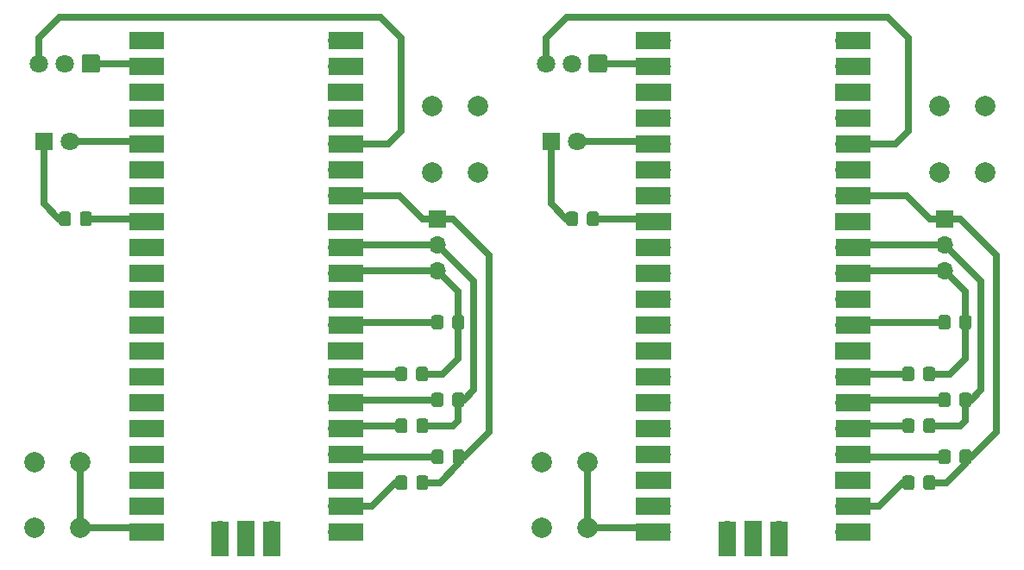
<source format=gtl>
G04 #@! TF.GenerationSoftware,KiCad,Pcbnew,5.1.5+dfsg1-2build2*
G04 #@! TF.CreationDate,2022-06-18T16:31:26+03:00*
G04 #@! TF.ProjectId,pico-panel,7069636f-2d70-4616-9e65-6c2e6b696361,rev?*
G04 #@! TF.SameCoordinates,Original*
G04 #@! TF.FileFunction,Copper,L1,Top*
G04 #@! TF.FilePolarity,Positive*
%FSLAX46Y46*%
G04 Gerber Fmt 4.6, Leading zero omitted, Abs format (unit mm)*
G04 Created by KiCad (PCBNEW 5.1.5+dfsg1-2build2) date 2022-06-18 16:31:26*
%MOMM*%
%LPD*%
G04 APERTURE LIST*
%ADD10R,1.700000X1.700000*%
%ADD11O,1.700000X1.700000*%
%ADD12C,0.150000*%
%ADD13C,2.000000*%
%ADD14C,1.800000*%
%ADD15R,3.500000X1.700000*%
%ADD16R,1.700000X3.500000*%
%ADD17R,1.800000X1.800000*%
%ADD18C,0.635000*%
G04 APERTURE END LIST*
D10*
X106928002Y-36846000D03*
D11*
X106928002Y-39386000D03*
X106928002Y-41926000D03*
G04 #@! TA.AperFunction,SMDPad,CuDef*
D12*
G36*
X70701507Y-36147204D02*
G01*
X70725775Y-36150804D01*
X70749574Y-36156765D01*
X70772673Y-36165030D01*
X70794852Y-36175520D01*
X70815895Y-36188132D01*
X70835601Y-36202747D01*
X70853779Y-36219223D01*
X70870255Y-36237401D01*
X70884870Y-36257107D01*
X70897482Y-36278150D01*
X70907972Y-36300329D01*
X70916237Y-36323428D01*
X70922198Y-36347227D01*
X70925798Y-36371495D01*
X70927002Y-36395999D01*
X70927002Y-37296001D01*
X70925798Y-37320505D01*
X70922198Y-37344773D01*
X70916237Y-37368572D01*
X70907972Y-37391671D01*
X70897482Y-37413850D01*
X70884870Y-37434893D01*
X70870255Y-37454599D01*
X70853779Y-37472777D01*
X70835601Y-37489253D01*
X70815895Y-37503868D01*
X70794852Y-37516480D01*
X70772673Y-37526970D01*
X70749574Y-37535235D01*
X70725775Y-37541196D01*
X70701507Y-37544796D01*
X70677003Y-37546000D01*
X70027001Y-37546000D01*
X70002497Y-37544796D01*
X69978229Y-37541196D01*
X69954430Y-37535235D01*
X69931331Y-37526970D01*
X69909152Y-37516480D01*
X69888109Y-37503868D01*
X69868403Y-37489253D01*
X69850225Y-37472777D01*
X69833749Y-37454599D01*
X69819134Y-37434893D01*
X69806522Y-37413850D01*
X69796032Y-37391671D01*
X69787767Y-37368572D01*
X69781806Y-37344773D01*
X69778206Y-37320505D01*
X69777002Y-37296001D01*
X69777002Y-36395999D01*
X69778206Y-36371495D01*
X69781806Y-36347227D01*
X69787767Y-36323428D01*
X69796032Y-36300329D01*
X69806522Y-36278150D01*
X69819134Y-36257107D01*
X69833749Y-36237401D01*
X69850225Y-36219223D01*
X69868403Y-36202747D01*
X69888109Y-36188132D01*
X69909152Y-36175520D01*
X69931331Y-36165030D01*
X69954430Y-36156765D01*
X69978229Y-36150804D01*
X70002497Y-36147204D01*
X70027001Y-36146000D01*
X70677003Y-36146000D01*
X70701507Y-36147204D01*
G37*
G04 #@! TD.AperFunction*
G04 #@! TA.AperFunction,SMDPad,CuDef*
G36*
X72751507Y-36147204D02*
G01*
X72775775Y-36150804D01*
X72799574Y-36156765D01*
X72822673Y-36165030D01*
X72844852Y-36175520D01*
X72865895Y-36188132D01*
X72885601Y-36202747D01*
X72903779Y-36219223D01*
X72920255Y-36237401D01*
X72934870Y-36257107D01*
X72947482Y-36278150D01*
X72957972Y-36300329D01*
X72966237Y-36323428D01*
X72972198Y-36347227D01*
X72975798Y-36371495D01*
X72977002Y-36395999D01*
X72977002Y-37296001D01*
X72975798Y-37320505D01*
X72972198Y-37344773D01*
X72966237Y-37368572D01*
X72957972Y-37391671D01*
X72947482Y-37413850D01*
X72934870Y-37434893D01*
X72920255Y-37454599D01*
X72903779Y-37472777D01*
X72885601Y-37489253D01*
X72865895Y-37503868D01*
X72844852Y-37516480D01*
X72822673Y-37526970D01*
X72799574Y-37535235D01*
X72775775Y-37541196D01*
X72751507Y-37544796D01*
X72727003Y-37546000D01*
X72077001Y-37546000D01*
X72052497Y-37544796D01*
X72028229Y-37541196D01*
X72004430Y-37535235D01*
X71981331Y-37526970D01*
X71959152Y-37516480D01*
X71938109Y-37503868D01*
X71918403Y-37489253D01*
X71900225Y-37472777D01*
X71883749Y-37454599D01*
X71869134Y-37434893D01*
X71856522Y-37413850D01*
X71846032Y-37391671D01*
X71837767Y-37368572D01*
X71831806Y-37344773D01*
X71828206Y-37320505D01*
X71827002Y-37296001D01*
X71827002Y-36395999D01*
X71828206Y-36371495D01*
X71831806Y-36347227D01*
X71837767Y-36323428D01*
X71846032Y-36300329D01*
X71856522Y-36278150D01*
X71869134Y-36257107D01*
X71883749Y-36237401D01*
X71900225Y-36219223D01*
X71918403Y-36202747D01*
X71938109Y-36188132D01*
X71959152Y-36175520D01*
X71981331Y-36165030D01*
X72004430Y-36156765D01*
X72028229Y-36150804D01*
X72052497Y-36147204D01*
X72077001Y-36146000D01*
X72727003Y-36146000D01*
X72751507Y-36147204D01*
G37*
G04 #@! TD.AperFunction*
G04 #@! TA.AperFunction,SMDPad,CuDef*
G36*
X105771507Y-62055204D02*
G01*
X105795775Y-62058804D01*
X105819574Y-62064765D01*
X105842673Y-62073030D01*
X105864852Y-62083520D01*
X105885895Y-62096132D01*
X105905601Y-62110747D01*
X105923779Y-62127223D01*
X105940255Y-62145401D01*
X105954870Y-62165107D01*
X105967482Y-62186150D01*
X105977972Y-62208329D01*
X105986237Y-62231428D01*
X105992198Y-62255227D01*
X105995798Y-62279495D01*
X105997002Y-62303999D01*
X105997002Y-63204001D01*
X105995798Y-63228505D01*
X105992198Y-63252773D01*
X105986237Y-63276572D01*
X105977972Y-63299671D01*
X105967482Y-63321850D01*
X105954870Y-63342893D01*
X105940255Y-63362599D01*
X105923779Y-63380777D01*
X105905601Y-63397253D01*
X105885895Y-63411868D01*
X105864852Y-63424480D01*
X105842673Y-63434970D01*
X105819574Y-63443235D01*
X105795775Y-63449196D01*
X105771507Y-63452796D01*
X105747003Y-63454000D01*
X105097001Y-63454000D01*
X105072497Y-63452796D01*
X105048229Y-63449196D01*
X105024430Y-63443235D01*
X105001331Y-63434970D01*
X104979152Y-63424480D01*
X104958109Y-63411868D01*
X104938403Y-63397253D01*
X104920225Y-63380777D01*
X104903749Y-63362599D01*
X104889134Y-63342893D01*
X104876522Y-63321850D01*
X104866032Y-63299671D01*
X104857767Y-63276572D01*
X104851806Y-63252773D01*
X104848206Y-63228505D01*
X104847002Y-63204001D01*
X104847002Y-62303999D01*
X104848206Y-62279495D01*
X104851806Y-62255227D01*
X104857767Y-62231428D01*
X104866032Y-62208329D01*
X104876522Y-62186150D01*
X104889134Y-62165107D01*
X104903749Y-62145401D01*
X104920225Y-62127223D01*
X104938403Y-62110747D01*
X104958109Y-62096132D01*
X104979152Y-62083520D01*
X105001331Y-62073030D01*
X105024430Y-62064765D01*
X105048229Y-62058804D01*
X105072497Y-62055204D01*
X105097001Y-62054000D01*
X105747003Y-62054000D01*
X105771507Y-62055204D01*
G37*
G04 #@! TD.AperFunction*
G04 #@! TA.AperFunction,SMDPad,CuDef*
G36*
X103721507Y-62055204D02*
G01*
X103745775Y-62058804D01*
X103769574Y-62064765D01*
X103792673Y-62073030D01*
X103814852Y-62083520D01*
X103835895Y-62096132D01*
X103855601Y-62110747D01*
X103873779Y-62127223D01*
X103890255Y-62145401D01*
X103904870Y-62165107D01*
X103917482Y-62186150D01*
X103927972Y-62208329D01*
X103936237Y-62231428D01*
X103942198Y-62255227D01*
X103945798Y-62279495D01*
X103947002Y-62303999D01*
X103947002Y-63204001D01*
X103945798Y-63228505D01*
X103942198Y-63252773D01*
X103936237Y-63276572D01*
X103927972Y-63299671D01*
X103917482Y-63321850D01*
X103904870Y-63342893D01*
X103890255Y-63362599D01*
X103873779Y-63380777D01*
X103855601Y-63397253D01*
X103835895Y-63411868D01*
X103814852Y-63424480D01*
X103792673Y-63434970D01*
X103769574Y-63443235D01*
X103745775Y-63449196D01*
X103721507Y-63452796D01*
X103697003Y-63454000D01*
X103047001Y-63454000D01*
X103022497Y-63452796D01*
X102998229Y-63449196D01*
X102974430Y-63443235D01*
X102951331Y-63434970D01*
X102929152Y-63424480D01*
X102908109Y-63411868D01*
X102888403Y-63397253D01*
X102870225Y-63380777D01*
X102853749Y-63362599D01*
X102839134Y-63342893D01*
X102826522Y-63321850D01*
X102816032Y-63299671D01*
X102807767Y-63276572D01*
X102801806Y-63252773D01*
X102798206Y-63228505D01*
X102797002Y-63204001D01*
X102797002Y-62303999D01*
X102798206Y-62279495D01*
X102801806Y-62255227D01*
X102807767Y-62231428D01*
X102816032Y-62208329D01*
X102826522Y-62186150D01*
X102839134Y-62165107D01*
X102853749Y-62145401D01*
X102870225Y-62127223D01*
X102888403Y-62110747D01*
X102908109Y-62096132D01*
X102929152Y-62083520D01*
X102951331Y-62073030D01*
X102974430Y-62064765D01*
X102998229Y-62058804D01*
X103022497Y-62055204D01*
X103047001Y-62054000D01*
X103697003Y-62054000D01*
X103721507Y-62055204D01*
G37*
G04 #@! TD.AperFunction*
G04 #@! TA.AperFunction,SMDPad,CuDef*
G36*
X109318507Y-59515204D02*
G01*
X109342775Y-59518804D01*
X109366574Y-59524765D01*
X109389673Y-59533030D01*
X109411852Y-59543520D01*
X109432895Y-59556132D01*
X109452601Y-59570747D01*
X109470779Y-59587223D01*
X109487255Y-59605401D01*
X109501870Y-59625107D01*
X109514482Y-59646150D01*
X109524972Y-59668329D01*
X109533237Y-59691428D01*
X109539198Y-59715227D01*
X109542798Y-59739495D01*
X109544002Y-59763999D01*
X109544002Y-60664001D01*
X109542798Y-60688505D01*
X109539198Y-60712773D01*
X109533237Y-60736572D01*
X109524972Y-60759671D01*
X109514482Y-60781850D01*
X109501870Y-60802893D01*
X109487255Y-60822599D01*
X109470779Y-60840777D01*
X109452601Y-60857253D01*
X109432895Y-60871868D01*
X109411852Y-60884480D01*
X109389673Y-60894970D01*
X109366574Y-60903235D01*
X109342775Y-60909196D01*
X109318507Y-60912796D01*
X109294003Y-60914000D01*
X108644001Y-60914000D01*
X108619497Y-60912796D01*
X108595229Y-60909196D01*
X108571430Y-60903235D01*
X108548331Y-60894970D01*
X108526152Y-60884480D01*
X108505109Y-60871868D01*
X108485403Y-60857253D01*
X108467225Y-60840777D01*
X108450749Y-60822599D01*
X108436134Y-60802893D01*
X108423522Y-60781850D01*
X108413032Y-60759671D01*
X108404767Y-60736572D01*
X108398806Y-60712773D01*
X108395206Y-60688505D01*
X108394002Y-60664001D01*
X108394002Y-59763999D01*
X108395206Y-59739495D01*
X108398806Y-59715227D01*
X108404767Y-59691428D01*
X108413032Y-59668329D01*
X108423522Y-59646150D01*
X108436134Y-59625107D01*
X108450749Y-59605401D01*
X108467225Y-59587223D01*
X108485403Y-59570747D01*
X108505109Y-59556132D01*
X108526152Y-59543520D01*
X108548331Y-59533030D01*
X108571430Y-59524765D01*
X108595229Y-59518804D01*
X108619497Y-59515204D01*
X108644001Y-59514000D01*
X109294003Y-59514000D01*
X109318507Y-59515204D01*
G37*
G04 #@! TD.AperFunction*
G04 #@! TA.AperFunction,SMDPad,CuDef*
G36*
X107268507Y-59515204D02*
G01*
X107292775Y-59518804D01*
X107316574Y-59524765D01*
X107339673Y-59533030D01*
X107361852Y-59543520D01*
X107382895Y-59556132D01*
X107402601Y-59570747D01*
X107420779Y-59587223D01*
X107437255Y-59605401D01*
X107451870Y-59625107D01*
X107464482Y-59646150D01*
X107474972Y-59668329D01*
X107483237Y-59691428D01*
X107489198Y-59715227D01*
X107492798Y-59739495D01*
X107494002Y-59763999D01*
X107494002Y-60664001D01*
X107492798Y-60688505D01*
X107489198Y-60712773D01*
X107483237Y-60736572D01*
X107474972Y-60759671D01*
X107464482Y-60781850D01*
X107451870Y-60802893D01*
X107437255Y-60822599D01*
X107420779Y-60840777D01*
X107402601Y-60857253D01*
X107382895Y-60871868D01*
X107361852Y-60884480D01*
X107339673Y-60894970D01*
X107316574Y-60903235D01*
X107292775Y-60909196D01*
X107268507Y-60912796D01*
X107244003Y-60914000D01*
X106594001Y-60914000D01*
X106569497Y-60912796D01*
X106545229Y-60909196D01*
X106521430Y-60903235D01*
X106498331Y-60894970D01*
X106476152Y-60884480D01*
X106455109Y-60871868D01*
X106435403Y-60857253D01*
X106417225Y-60840777D01*
X106400749Y-60822599D01*
X106386134Y-60802893D01*
X106373522Y-60781850D01*
X106363032Y-60759671D01*
X106354767Y-60736572D01*
X106348806Y-60712773D01*
X106345206Y-60688505D01*
X106344002Y-60664001D01*
X106344002Y-59763999D01*
X106345206Y-59739495D01*
X106348806Y-59715227D01*
X106354767Y-59691428D01*
X106363032Y-59668329D01*
X106373522Y-59646150D01*
X106386134Y-59625107D01*
X106400749Y-59605401D01*
X106417225Y-59587223D01*
X106435403Y-59570747D01*
X106455109Y-59556132D01*
X106476152Y-59543520D01*
X106498331Y-59533030D01*
X106521430Y-59524765D01*
X106545229Y-59518804D01*
X106569497Y-59515204D01*
X106594001Y-59514000D01*
X107244003Y-59514000D01*
X107268507Y-59515204D01*
G37*
G04 #@! TD.AperFunction*
G04 #@! TA.AperFunction,SMDPad,CuDef*
G36*
X105771507Y-56467204D02*
G01*
X105795775Y-56470804D01*
X105819574Y-56476765D01*
X105842673Y-56485030D01*
X105864852Y-56495520D01*
X105885895Y-56508132D01*
X105905601Y-56522747D01*
X105923779Y-56539223D01*
X105940255Y-56557401D01*
X105954870Y-56577107D01*
X105967482Y-56598150D01*
X105977972Y-56620329D01*
X105986237Y-56643428D01*
X105992198Y-56667227D01*
X105995798Y-56691495D01*
X105997002Y-56715999D01*
X105997002Y-57616001D01*
X105995798Y-57640505D01*
X105992198Y-57664773D01*
X105986237Y-57688572D01*
X105977972Y-57711671D01*
X105967482Y-57733850D01*
X105954870Y-57754893D01*
X105940255Y-57774599D01*
X105923779Y-57792777D01*
X105905601Y-57809253D01*
X105885895Y-57823868D01*
X105864852Y-57836480D01*
X105842673Y-57846970D01*
X105819574Y-57855235D01*
X105795775Y-57861196D01*
X105771507Y-57864796D01*
X105747003Y-57866000D01*
X105097001Y-57866000D01*
X105072497Y-57864796D01*
X105048229Y-57861196D01*
X105024430Y-57855235D01*
X105001331Y-57846970D01*
X104979152Y-57836480D01*
X104958109Y-57823868D01*
X104938403Y-57809253D01*
X104920225Y-57792777D01*
X104903749Y-57774599D01*
X104889134Y-57754893D01*
X104876522Y-57733850D01*
X104866032Y-57711671D01*
X104857767Y-57688572D01*
X104851806Y-57664773D01*
X104848206Y-57640505D01*
X104847002Y-57616001D01*
X104847002Y-56715999D01*
X104848206Y-56691495D01*
X104851806Y-56667227D01*
X104857767Y-56643428D01*
X104866032Y-56620329D01*
X104876522Y-56598150D01*
X104889134Y-56577107D01*
X104903749Y-56557401D01*
X104920225Y-56539223D01*
X104938403Y-56522747D01*
X104958109Y-56508132D01*
X104979152Y-56495520D01*
X105001331Y-56485030D01*
X105024430Y-56476765D01*
X105048229Y-56470804D01*
X105072497Y-56467204D01*
X105097001Y-56466000D01*
X105747003Y-56466000D01*
X105771507Y-56467204D01*
G37*
G04 #@! TD.AperFunction*
G04 #@! TA.AperFunction,SMDPad,CuDef*
G36*
X103721507Y-56467204D02*
G01*
X103745775Y-56470804D01*
X103769574Y-56476765D01*
X103792673Y-56485030D01*
X103814852Y-56495520D01*
X103835895Y-56508132D01*
X103855601Y-56522747D01*
X103873779Y-56539223D01*
X103890255Y-56557401D01*
X103904870Y-56577107D01*
X103917482Y-56598150D01*
X103927972Y-56620329D01*
X103936237Y-56643428D01*
X103942198Y-56667227D01*
X103945798Y-56691495D01*
X103947002Y-56715999D01*
X103947002Y-57616001D01*
X103945798Y-57640505D01*
X103942198Y-57664773D01*
X103936237Y-57688572D01*
X103927972Y-57711671D01*
X103917482Y-57733850D01*
X103904870Y-57754893D01*
X103890255Y-57774599D01*
X103873779Y-57792777D01*
X103855601Y-57809253D01*
X103835895Y-57823868D01*
X103814852Y-57836480D01*
X103792673Y-57846970D01*
X103769574Y-57855235D01*
X103745775Y-57861196D01*
X103721507Y-57864796D01*
X103697003Y-57866000D01*
X103047001Y-57866000D01*
X103022497Y-57864796D01*
X102998229Y-57861196D01*
X102974430Y-57855235D01*
X102951331Y-57846970D01*
X102929152Y-57836480D01*
X102908109Y-57823868D01*
X102888403Y-57809253D01*
X102870225Y-57792777D01*
X102853749Y-57774599D01*
X102839134Y-57754893D01*
X102826522Y-57733850D01*
X102816032Y-57711671D01*
X102807767Y-57688572D01*
X102801806Y-57664773D01*
X102798206Y-57640505D01*
X102797002Y-57616001D01*
X102797002Y-56715999D01*
X102798206Y-56691495D01*
X102801806Y-56667227D01*
X102807767Y-56643428D01*
X102816032Y-56620329D01*
X102826522Y-56598150D01*
X102839134Y-56577107D01*
X102853749Y-56557401D01*
X102870225Y-56539223D01*
X102888403Y-56522747D01*
X102908109Y-56508132D01*
X102929152Y-56495520D01*
X102951331Y-56485030D01*
X102974430Y-56476765D01*
X102998229Y-56470804D01*
X103022497Y-56467204D01*
X103047001Y-56466000D01*
X103697003Y-56466000D01*
X103721507Y-56467204D01*
G37*
G04 #@! TD.AperFunction*
G04 #@! TA.AperFunction,SMDPad,CuDef*
G36*
X109309507Y-53927204D02*
G01*
X109333775Y-53930804D01*
X109357574Y-53936765D01*
X109380673Y-53945030D01*
X109402852Y-53955520D01*
X109423895Y-53968132D01*
X109443601Y-53982747D01*
X109461779Y-53999223D01*
X109478255Y-54017401D01*
X109492870Y-54037107D01*
X109505482Y-54058150D01*
X109515972Y-54080329D01*
X109524237Y-54103428D01*
X109530198Y-54127227D01*
X109533798Y-54151495D01*
X109535002Y-54175999D01*
X109535002Y-55076001D01*
X109533798Y-55100505D01*
X109530198Y-55124773D01*
X109524237Y-55148572D01*
X109515972Y-55171671D01*
X109505482Y-55193850D01*
X109492870Y-55214893D01*
X109478255Y-55234599D01*
X109461779Y-55252777D01*
X109443601Y-55269253D01*
X109423895Y-55283868D01*
X109402852Y-55296480D01*
X109380673Y-55306970D01*
X109357574Y-55315235D01*
X109333775Y-55321196D01*
X109309507Y-55324796D01*
X109285003Y-55326000D01*
X108635001Y-55326000D01*
X108610497Y-55324796D01*
X108586229Y-55321196D01*
X108562430Y-55315235D01*
X108539331Y-55306970D01*
X108517152Y-55296480D01*
X108496109Y-55283868D01*
X108476403Y-55269253D01*
X108458225Y-55252777D01*
X108441749Y-55234599D01*
X108427134Y-55214893D01*
X108414522Y-55193850D01*
X108404032Y-55171671D01*
X108395767Y-55148572D01*
X108389806Y-55124773D01*
X108386206Y-55100505D01*
X108385002Y-55076001D01*
X108385002Y-54175999D01*
X108386206Y-54151495D01*
X108389806Y-54127227D01*
X108395767Y-54103428D01*
X108404032Y-54080329D01*
X108414522Y-54058150D01*
X108427134Y-54037107D01*
X108441749Y-54017401D01*
X108458225Y-53999223D01*
X108476403Y-53982747D01*
X108496109Y-53968132D01*
X108517152Y-53955520D01*
X108539331Y-53945030D01*
X108562430Y-53936765D01*
X108586229Y-53930804D01*
X108610497Y-53927204D01*
X108635001Y-53926000D01*
X109285003Y-53926000D01*
X109309507Y-53927204D01*
G37*
G04 #@! TD.AperFunction*
G04 #@! TA.AperFunction,SMDPad,CuDef*
G36*
X107259507Y-53927204D02*
G01*
X107283775Y-53930804D01*
X107307574Y-53936765D01*
X107330673Y-53945030D01*
X107352852Y-53955520D01*
X107373895Y-53968132D01*
X107393601Y-53982747D01*
X107411779Y-53999223D01*
X107428255Y-54017401D01*
X107442870Y-54037107D01*
X107455482Y-54058150D01*
X107465972Y-54080329D01*
X107474237Y-54103428D01*
X107480198Y-54127227D01*
X107483798Y-54151495D01*
X107485002Y-54175999D01*
X107485002Y-55076001D01*
X107483798Y-55100505D01*
X107480198Y-55124773D01*
X107474237Y-55148572D01*
X107465972Y-55171671D01*
X107455482Y-55193850D01*
X107442870Y-55214893D01*
X107428255Y-55234599D01*
X107411779Y-55252777D01*
X107393601Y-55269253D01*
X107373895Y-55283868D01*
X107352852Y-55296480D01*
X107330673Y-55306970D01*
X107307574Y-55315235D01*
X107283775Y-55321196D01*
X107259507Y-55324796D01*
X107235003Y-55326000D01*
X106585001Y-55326000D01*
X106560497Y-55324796D01*
X106536229Y-55321196D01*
X106512430Y-55315235D01*
X106489331Y-55306970D01*
X106467152Y-55296480D01*
X106446109Y-55283868D01*
X106426403Y-55269253D01*
X106408225Y-55252777D01*
X106391749Y-55234599D01*
X106377134Y-55214893D01*
X106364522Y-55193850D01*
X106354032Y-55171671D01*
X106345767Y-55148572D01*
X106339806Y-55124773D01*
X106336206Y-55100505D01*
X106335002Y-55076001D01*
X106335002Y-54175999D01*
X106336206Y-54151495D01*
X106339806Y-54127227D01*
X106345767Y-54103428D01*
X106354032Y-54080329D01*
X106364522Y-54058150D01*
X106377134Y-54037107D01*
X106391749Y-54017401D01*
X106408225Y-53999223D01*
X106426403Y-53982747D01*
X106446109Y-53968132D01*
X106467152Y-53955520D01*
X106489331Y-53945030D01*
X106512430Y-53936765D01*
X106536229Y-53930804D01*
X106560497Y-53927204D01*
X106585001Y-53926000D01*
X107235003Y-53926000D01*
X107259507Y-53927204D01*
G37*
G04 #@! TD.AperFunction*
G04 #@! TA.AperFunction,SMDPad,CuDef*
G36*
X105753507Y-51387204D02*
G01*
X105777775Y-51390804D01*
X105801574Y-51396765D01*
X105824673Y-51405030D01*
X105846852Y-51415520D01*
X105867895Y-51428132D01*
X105887601Y-51442747D01*
X105905779Y-51459223D01*
X105922255Y-51477401D01*
X105936870Y-51497107D01*
X105949482Y-51518150D01*
X105959972Y-51540329D01*
X105968237Y-51563428D01*
X105974198Y-51587227D01*
X105977798Y-51611495D01*
X105979002Y-51635999D01*
X105979002Y-52536001D01*
X105977798Y-52560505D01*
X105974198Y-52584773D01*
X105968237Y-52608572D01*
X105959972Y-52631671D01*
X105949482Y-52653850D01*
X105936870Y-52674893D01*
X105922255Y-52694599D01*
X105905779Y-52712777D01*
X105887601Y-52729253D01*
X105867895Y-52743868D01*
X105846852Y-52756480D01*
X105824673Y-52766970D01*
X105801574Y-52775235D01*
X105777775Y-52781196D01*
X105753507Y-52784796D01*
X105729003Y-52786000D01*
X105079001Y-52786000D01*
X105054497Y-52784796D01*
X105030229Y-52781196D01*
X105006430Y-52775235D01*
X104983331Y-52766970D01*
X104961152Y-52756480D01*
X104940109Y-52743868D01*
X104920403Y-52729253D01*
X104902225Y-52712777D01*
X104885749Y-52694599D01*
X104871134Y-52674893D01*
X104858522Y-52653850D01*
X104848032Y-52631671D01*
X104839767Y-52608572D01*
X104833806Y-52584773D01*
X104830206Y-52560505D01*
X104829002Y-52536001D01*
X104829002Y-51635999D01*
X104830206Y-51611495D01*
X104833806Y-51587227D01*
X104839767Y-51563428D01*
X104848032Y-51540329D01*
X104858522Y-51518150D01*
X104871134Y-51497107D01*
X104885749Y-51477401D01*
X104902225Y-51459223D01*
X104920403Y-51442747D01*
X104940109Y-51428132D01*
X104961152Y-51415520D01*
X104983331Y-51405030D01*
X105006430Y-51396765D01*
X105030229Y-51390804D01*
X105054497Y-51387204D01*
X105079001Y-51386000D01*
X105729003Y-51386000D01*
X105753507Y-51387204D01*
G37*
G04 #@! TD.AperFunction*
G04 #@! TA.AperFunction,SMDPad,CuDef*
G36*
X103703507Y-51387204D02*
G01*
X103727775Y-51390804D01*
X103751574Y-51396765D01*
X103774673Y-51405030D01*
X103796852Y-51415520D01*
X103817895Y-51428132D01*
X103837601Y-51442747D01*
X103855779Y-51459223D01*
X103872255Y-51477401D01*
X103886870Y-51497107D01*
X103899482Y-51518150D01*
X103909972Y-51540329D01*
X103918237Y-51563428D01*
X103924198Y-51587227D01*
X103927798Y-51611495D01*
X103929002Y-51635999D01*
X103929002Y-52536001D01*
X103927798Y-52560505D01*
X103924198Y-52584773D01*
X103918237Y-52608572D01*
X103909972Y-52631671D01*
X103899482Y-52653850D01*
X103886870Y-52674893D01*
X103872255Y-52694599D01*
X103855779Y-52712777D01*
X103837601Y-52729253D01*
X103817895Y-52743868D01*
X103796852Y-52756480D01*
X103774673Y-52766970D01*
X103751574Y-52775235D01*
X103727775Y-52781196D01*
X103703507Y-52784796D01*
X103679003Y-52786000D01*
X103029001Y-52786000D01*
X103004497Y-52784796D01*
X102980229Y-52781196D01*
X102956430Y-52775235D01*
X102933331Y-52766970D01*
X102911152Y-52756480D01*
X102890109Y-52743868D01*
X102870403Y-52729253D01*
X102852225Y-52712777D01*
X102835749Y-52694599D01*
X102821134Y-52674893D01*
X102808522Y-52653850D01*
X102798032Y-52631671D01*
X102789767Y-52608572D01*
X102783806Y-52584773D01*
X102780206Y-52560505D01*
X102779002Y-52536001D01*
X102779002Y-51635999D01*
X102780206Y-51611495D01*
X102783806Y-51587227D01*
X102789767Y-51563428D01*
X102798032Y-51540329D01*
X102808522Y-51518150D01*
X102821134Y-51497107D01*
X102835749Y-51477401D01*
X102852225Y-51459223D01*
X102870403Y-51442747D01*
X102890109Y-51428132D01*
X102911152Y-51415520D01*
X102933331Y-51405030D01*
X102956430Y-51396765D01*
X102980229Y-51390804D01*
X103004497Y-51387204D01*
X103029001Y-51386000D01*
X103679003Y-51386000D01*
X103703507Y-51387204D01*
G37*
G04 #@! TD.AperFunction*
G04 #@! TA.AperFunction,SMDPad,CuDef*
G36*
X109309507Y-46307204D02*
G01*
X109333775Y-46310804D01*
X109357574Y-46316765D01*
X109380673Y-46325030D01*
X109402852Y-46335520D01*
X109423895Y-46348132D01*
X109443601Y-46362747D01*
X109461779Y-46379223D01*
X109478255Y-46397401D01*
X109492870Y-46417107D01*
X109505482Y-46438150D01*
X109515972Y-46460329D01*
X109524237Y-46483428D01*
X109530198Y-46507227D01*
X109533798Y-46531495D01*
X109535002Y-46555999D01*
X109535002Y-47456001D01*
X109533798Y-47480505D01*
X109530198Y-47504773D01*
X109524237Y-47528572D01*
X109515972Y-47551671D01*
X109505482Y-47573850D01*
X109492870Y-47594893D01*
X109478255Y-47614599D01*
X109461779Y-47632777D01*
X109443601Y-47649253D01*
X109423895Y-47663868D01*
X109402852Y-47676480D01*
X109380673Y-47686970D01*
X109357574Y-47695235D01*
X109333775Y-47701196D01*
X109309507Y-47704796D01*
X109285003Y-47706000D01*
X108635001Y-47706000D01*
X108610497Y-47704796D01*
X108586229Y-47701196D01*
X108562430Y-47695235D01*
X108539331Y-47686970D01*
X108517152Y-47676480D01*
X108496109Y-47663868D01*
X108476403Y-47649253D01*
X108458225Y-47632777D01*
X108441749Y-47614599D01*
X108427134Y-47594893D01*
X108414522Y-47573850D01*
X108404032Y-47551671D01*
X108395767Y-47528572D01*
X108389806Y-47504773D01*
X108386206Y-47480505D01*
X108385002Y-47456001D01*
X108385002Y-46555999D01*
X108386206Y-46531495D01*
X108389806Y-46507227D01*
X108395767Y-46483428D01*
X108404032Y-46460329D01*
X108414522Y-46438150D01*
X108427134Y-46417107D01*
X108441749Y-46397401D01*
X108458225Y-46379223D01*
X108476403Y-46362747D01*
X108496109Y-46348132D01*
X108517152Y-46335520D01*
X108539331Y-46325030D01*
X108562430Y-46316765D01*
X108586229Y-46310804D01*
X108610497Y-46307204D01*
X108635001Y-46306000D01*
X109285003Y-46306000D01*
X109309507Y-46307204D01*
G37*
G04 #@! TD.AperFunction*
G04 #@! TA.AperFunction,SMDPad,CuDef*
G36*
X107259507Y-46307204D02*
G01*
X107283775Y-46310804D01*
X107307574Y-46316765D01*
X107330673Y-46325030D01*
X107352852Y-46335520D01*
X107373895Y-46348132D01*
X107393601Y-46362747D01*
X107411779Y-46379223D01*
X107428255Y-46397401D01*
X107442870Y-46417107D01*
X107455482Y-46438150D01*
X107465972Y-46460329D01*
X107474237Y-46483428D01*
X107480198Y-46507227D01*
X107483798Y-46531495D01*
X107485002Y-46555999D01*
X107485002Y-47456001D01*
X107483798Y-47480505D01*
X107480198Y-47504773D01*
X107474237Y-47528572D01*
X107465972Y-47551671D01*
X107455482Y-47573850D01*
X107442870Y-47594893D01*
X107428255Y-47614599D01*
X107411779Y-47632777D01*
X107393601Y-47649253D01*
X107373895Y-47663868D01*
X107352852Y-47676480D01*
X107330673Y-47686970D01*
X107307574Y-47695235D01*
X107283775Y-47701196D01*
X107259507Y-47704796D01*
X107235003Y-47706000D01*
X106585001Y-47706000D01*
X106560497Y-47704796D01*
X106536229Y-47701196D01*
X106512430Y-47695235D01*
X106489331Y-47686970D01*
X106467152Y-47676480D01*
X106446109Y-47663868D01*
X106426403Y-47649253D01*
X106408225Y-47632777D01*
X106391749Y-47614599D01*
X106377134Y-47594893D01*
X106364522Y-47573850D01*
X106354032Y-47551671D01*
X106345767Y-47528572D01*
X106339806Y-47504773D01*
X106336206Y-47480505D01*
X106335002Y-47456001D01*
X106335002Y-46555999D01*
X106336206Y-46531495D01*
X106339806Y-46507227D01*
X106345767Y-46483428D01*
X106354032Y-46460329D01*
X106364522Y-46438150D01*
X106377134Y-46417107D01*
X106391749Y-46397401D01*
X106408225Y-46379223D01*
X106426403Y-46362747D01*
X106446109Y-46348132D01*
X106467152Y-46335520D01*
X106489331Y-46325030D01*
X106512430Y-46316765D01*
X106536229Y-46310804D01*
X106560497Y-46307204D01*
X106585001Y-46306000D01*
X107235003Y-46306000D01*
X107259507Y-46307204D01*
G37*
G04 #@! TD.AperFunction*
D13*
X110920002Y-32274000D03*
X106420002Y-32274000D03*
X110920002Y-25774000D03*
X106420002Y-25774000D03*
G04 #@! TA.AperFunction,ComponentPad*
D12*
G36*
X73567949Y-20707196D02*
G01*
X73592062Y-20710773D01*
X73615709Y-20716696D01*
X73638661Y-20724908D01*
X73660697Y-20735331D01*
X73681606Y-20747863D01*
X73701185Y-20762384D01*
X73719247Y-20778755D01*
X73735618Y-20796817D01*
X73750139Y-20816396D01*
X73762671Y-20837305D01*
X73773094Y-20859341D01*
X73781306Y-20882293D01*
X73787229Y-20905940D01*
X73790806Y-20930053D01*
X73792002Y-20954400D01*
X73792002Y-22257600D01*
X73790806Y-22281947D01*
X73787229Y-22306060D01*
X73781306Y-22329707D01*
X73773094Y-22352659D01*
X73762671Y-22374695D01*
X73750139Y-22395604D01*
X73735618Y-22415183D01*
X73719247Y-22433245D01*
X73701185Y-22449616D01*
X73681606Y-22464137D01*
X73660697Y-22476669D01*
X73638661Y-22487092D01*
X73615709Y-22495304D01*
X73592062Y-22501227D01*
X73567949Y-22504804D01*
X73543602Y-22506000D01*
X72240402Y-22506000D01*
X72216055Y-22504804D01*
X72191942Y-22501227D01*
X72168295Y-22495304D01*
X72145343Y-22487092D01*
X72123307Y-22476669D01*
X72102398Y-22464137D01*
X72082819Y-22449616D01*
X72064757Y-22433245D01*
X72048386Y-22415183D01*
X72033865Y-22395604D01*
X72021333Y-22374695D01*
X72010910Y-22352659D01*
X72002698Y-22329707D01*
X71996775Y-22306060D01*
X71993198Y-22281947D01*
X71992002Y-22257600D01*
X71992002Y-20954400D01*
X71993198Y-20930053D01*
X71996775Y-20905940D01*
X72002698Y-20882293D01*
X72010910Y-20859341D01*
X72021333Y-20837305D01*
X72033865Y-20816396D01*
X72048386Y-20796817D01*
X72064757Y-20778755D01*
X72082819Y-20762384D01*
X72102398Y-20747863D01*
X72123307Y-20735331D01*
X72145343Y-20724908D01*
X72168295Y-20716696D01*
X72191942Y-20710773D01*
X72216055Y-20707196D01*
X72240402Y-20706000D01*
X73543602Y-20706000D01*
X73567949Y-20707196D01*
G37*
G04 #@! TD.AperFunction*
D14*
X70352002Y-21606000D03*
X67812002Y-21606000D03*
D11*
X79242002Y-19320000D03*
X79242002Y-21860000D03*
D10*
X79242002Y-24400000D03*
D11*
X79242002Y-26940000D03*
X79242002Y-29480000D03*
X79242002Y-32020000D03*
X79242002Y-34560000D03*
D10*
X79242002Y-37100000D03*
D11*
X79242002Y-39640000D03*
X79242002Y-42180000D03*
X79242002Y-44720000D03*
X79242002Y-47260000D03*
D10*
X79242002Y-49800000D03*
D11*
X79242002Y-52340000D03*
X79242002Y-54880000D03*
X79242002Y-57420000D03*
X79242002Y-59960000D03*
D10*
X79242002Y-62500000D03*
D11*
X79242002Y-65040000D03*
X79242002Y-67580000D03*
X97022002Y-67580000D03*
X97022002Y-65040000D03*
D10*
X97022002Y-62500000D03*
D11*
X97022002Y-59960000D03*
X97022002Y-57420000D03*
X97022002Y-54880000D03*
X97022002Y-52340000D03*
D10*
X97022002Y-49800000D03*
D11*
X97022002Y-47260000D03*
X97022002Y-44720000D03*
X97022002Y-42180000D03*
X97022002Y-39640000D03*
D10*
X97022002Y-37100000D03*
D11*
X97022002Y-34560000D03*
X97022002Y-32020000D03*
X97022002Y-29480000D03*
X97022002Y-26940000D03*
D10*
X97022002Y-24400000D03*
D11*
X97022002Y-21860000D03*
X97022002Y-19320000D03*
D15*
X78342002Y-19320000D03*
X78342002Y-21860000D03*
X78342002Y-24400000D03*
X78342002Y-26940000D03*
X78342002Y-29480000D03*
X78342002Y-32020000D03*
X78342002Y-34560000D03*
X78342002Y-37100000D03*
X78342002Y-39640000D03*
X78342002Y-42180000D03*
X78342002Y-44720000D03*
X78342002Y-47260000D03*
X78342002Y-49800000D03*
X78342002Y-52340000D03*
X78342002Y-54880000D03*
X78342002Y-57420000D03*
X78342002Y-59960000D03*
X78342002Y-62500000D03*
X78342002Y-65040000D03*
X78342002Y-67580000D03*
X97922002Y-19320000D03*
X97922002Y-21860000D03*
X97922002Y-24400000D03*
X97922002Y-26940000D03*
X97922002Y-29480000D03*
X97922002Y-32020000D03*
X97922002Y-34560000D03*
X97922002Y-37100000D03*
X97922002Y-39640000D03*
X97922002Y-42180000D03*
X97922002Y-44720000D03*
X97922002Y-47260000D03*
X97922002Y-49800000D03*
X97922002Y-52340000D03*
X97922002Y-54880000D03*
X97922002Y-57420000D03*
X97922002Y-59960000D03*
X97922002Y-62500000D03*
X97922002Y-65040000D03*
X97922002Y-67580000D03*
D16*
X85592002Y-68250000D03*
D11*
X85592002Y-67350000D03*
D16*
X88132002Y-68250000D03*
D10*
X88132002Y-67350000D03*
D16*
X90672002Y-68250000D03*
D11*
X90672002Y-67350000D03*
D13*
X67376002Y-60722000D03*
X71876002Y-60722000D03*
X67376002Y-67222000D03*
X71876002Y-67222000D03*
D17*
X68320002Y-29226000D03*
D14*
X70860002Y-29226000D03*
D10*
X57160000Y-36846000D03*
D11*
X57160000Y-39386000D03*
X57160000Y-41926000D03*
G04 #@! TA.AperFunction,SMDPad,CuDef*
D12*
G36*
X20933505Y-36147204D02*
G01*
X20957773Y-36150804D01*
X20981572Y-36156765D01*
X21004671Y-36165030D01*
X21026850Y-36175520D01*
X21047893Y-36188132D01*
X21067599Y-36202747D01*
X21085777Y-36219223D01*
X21102253Y-36237401D01*
X21116868Y-36257107D01*
X21129480Y-36278150D01*
X21139970Y-36300329D01*
X21148235Y-36323428D01*
X21154196Y-36347227D01*
X21157796Y-36371495D01*
X21159000Y-36395999D01*
X21159000Y-37296001D01*
X21157796Y-37320505D01*
X21154196Y-37344773D01*
X21148235Y-37368572D01*
X21139970Y-37391671D01*
X21129480Y-37413850D01*
X21116868Y-37434893D01*
X21102253Y-37454599D01*
X21085777Y-37472777D01*
X21067599Y-37489253D01*
X21047893Y-37503868D01*
X21026850Y-37516480D01*
X21004671Y-37526970D01*
X20981572Y-37535235D01*
X20957773Y-37541196D01*
X20933505Y-37544796D01*
X20909001Y-37546000D01*
X20258999Y-37546000D01*
X20234495Y-37544796D01*
X20210227Y-37541196D01*
X20186428Y-37535235D01*
X20163329Y-37526970D01*
X20141150Y-37516480D01*
X20120107Y-37503868D01*
X20100401Y-37489253D01*
X20082223Y-37472777D01*
X20065747Y-37454599D01*
X20051132Y-37434893D01*
X20038520Y-37413850D01*
X20028030Y-37391671D01*
X20019765Y-37368572D01*
X20013804Y-37344773D01*
X20010204Y-37320505D01*
X20009000Y-37296001D01*
X20009000Y-36395999D01*
X20010204Y-36371495D01*
X20013804Y-36347227D01*
X20019765Y-36323428D01*
X20028030Y-36300329D01*
X20038520Y-36278150D01*
X20051132Y-36257107D01*
X20065747Y-36237401D01*
X20082223Y-36219223D01*
X20100401Y-36202747D01*
X20120107Y-36188132D01*
X20141150Y-36175520D01*
X20163329Y-36165030D01*
X20186428Y-36156765D01*
X20210227Y-36150804D01*
X20234495Y-36147204D01*
X20258999Y-36146000D01*
X20909001Y-36146000D01*
X20933505Y-36147204D01*
G37*
G04 #@! TD.AperFunction*
G04 #@! TA.AperFunction,SMDPad,CuDef*
G36*
X22983505Y-36147204D02*
G01*
X23007773Y-36150804D01*
X23031572Y-36156765D01*
X23054671Y-36165030D01*
X23076850Y-36175520D01*
X23097893Y-36188132D01*
X23117599Y-36202747D01*
X23135777Y-36219223D01*
X23152253Y-36237401D01*
X23166868Y-36257107D01*
X23179480Y-36278150D01*
X23189970Y-36300329D01*
X23198235Y-36323428D01*
X23204196Y-36347227D01*
X23207796Y-36371495D01*
X23209000Y-36395999D01*
X23209000Y-37296001D01*
X23207796Y-37320505D01*
X23204196Y-37344773D01*
X23198235Y-37368572D01*
X23189970Y-37391671D01*
X23179480Y-37413850D01*
X23166868Y-37434893D01*
X23152253Y-37454599D01*
X23135777Y-37472777D01*
X23117599Y-37489253D01*
X23097893Y-37503868D01*
X23076850Y-37516480D01*
X23054671Y-37526970D01*
X23031572Y-37535235D01*
X23007773Y-37541196D01*
X22983505Y-37544796D01*
X22959001Y-37546000D01*
X22308999Y-37546000D01*
X22284495Y-37544796D01*
X22260227Y-37541196D01*
X22236428Y-37535235D01*
X22213329Y-37526970D01*
X22191150Y-37516480D01*
X22170107Y-37503868D01*
X22150401Y-37489253D01*
X22132223Y-37472777D01*
X22115747Y-37454599D01*
X22101132Y-37434893D01*
X22088520Y-37413850D01*
X22078030Y-37391671D01*
X22069765Y-37368572D01*
X22063804Y-37344773D01*
X22060204Y-37320505D01*
X22059000Y-37296001D01*
X22059000Y-36395999D01*
X22060204Y-36371495D01*
X22063804Y-36347227D01*
X22069765Y-36323428D01*
X22078030Y-36300329D01*
X22088520Y-36278150D01*
X22101132Y-36257107D01*
X22115747Y-36237401D01*
X22132223Y-36219223D01*
X22150401Y-36202747D01*
X22170107Y-36188132D01*
X22191150Y-36175520D01*
X22213329Y-36165030D01*
X22236428Y-36156765D01*
X22260227Y-36150804D01*
X22284495Y-36147204D01*
X22308999Y-36146000D01*
X22959001Y-36146000D01*
X22983505Y-36147204D01*
G37*
G04 #@! TD.AperFunction*
G04 #@! TA.AperFunction,SMDPad,CuDef*
G36*
X56003505Y-62055204D02*
G01*
X56027773Y-62058804D01*
X56051572Y-62064765D01*
X56074671Y-62073030D01*
X56096850Y-62083520D01*
X56117893Y-62096132D01*
X56137599Y-62110747D01*
X56155777Y-62127223D01*
X56172253Y-62145401D01*
X56186868Y-62165107D01*
X56199480Y-62186150D01*
X56209970Y-62208329D01*
X56218235Y-62231428D01*
X56224196Y-62255227D01*
X56227796Y-62279495D01*
X56229000Y-62303999D01*
X56229000Y-63204001D01*
X56227796Y-63228505D01*
X56224196Y-63252773D01*
X56218235Y-63276572D01*
X56209970Y-63299671D01*
X56199480Y-63321850D01*
X56186868Y-63342893D01*
X56172253Y-63362599D01*
X56155777Y-63380777D01*
X56137599Y-63397253D01*
X56117893Y-63411868D01*
X56096850Y-63424480D01*
X56074671Y-63434970D01*
X56051572Y-63443235D01*
X56027773Y-63449196D01*
X56003505Y-63452796D01*
X55979001Y-63454000D01*
X55328999Y-63454000D01*
X55304495Y-63452796D01*
X55280227Y-63449196D01*
X55256428Y-63443235D01*
X55233329Y-63434970D01*
X55211150Y-63424480D01*
X55190107Y-63411868D01*
X55170401Y-63397253D01*
X55152223Y-63380777D01*
X55135747Y-63362599D01*
X55121132Y-63342893D01*
X55108520Y-63321850D01*
X55098030Y-63299671D01*
X55089765Y-63276572D01*
X55083804Y-63252773D01*
X55080204Y-63228505D01*
X55079000Y-63204001D01*
X55079000Y-62303999D01*
X55080204Y-62279495D01*
X55083804Y-62255227D01*
X55089765Y-62231428D01*
X55098030Y-62208329D01*
X55108520Y-62186150D01*
X55121132Y-62165107D01*
X55135747Y-62145401D01*
X55152223Y-62127223D01*
X55170401Y-62110747D01*
X55190107Y-62096132D01*
X55211150Y-62083520D01*
X55233329Y-62073030D01*
X55256428Y-62064765D01*
X55280227Y-62058804D01*
X55304495Y-62055204D01*
X55328999Y-62054000D01*
X55979001Y-62054000D01*
X56003505Y-62055204D01*
G37*
G04 #@! TD.AperFunction*
G04 #@! TA.AperFunction,SMDPad,CuDef*
G36*
X53953505Y-62055204D02*
G01*
X53977773Y-62058804D01*
X54001572Y-62064765D01*
X54024671Y-62073030D01*
X54046850Y-62083520D01*
X54067893Y-62096132D01*
X54087599Y-62110747D01*
X54105777Y-62127223D01*
X54122253Y-62145401D01*
X54136868Y-62165107D01*
X54149480Y-62186150D01*
X54159970Y-62208329D01*
X54168235Y-62231428D01*
X54174196Y-62255227D01*
X54177796Y-62279495D01*
X54179000Y-62303999D01*
X54179000Y-63204001D01*
X54177796Y-63228505D01*
X54174196Y-63252773D01*
X54168235Y-63276572D01*
X54159970Y-63299671D01*
X54149480Y-63321850D01*
X54136868Y-63342893D01*
X54122253Y-63362599D01*
X54105777Y-63380777D01*
X54087599Y-63397253D01*
X54067893Y-63411868D01*
X54046850Y-63424480D01*
X54024671Y-63434970D01*
X54001572Y-63443235D01*
X53977773Y-63449196D01*
X53953505Y-63452796D01*
X53929001Y-63454000D01*
X53278999Y-63454000D01*
X53254495Y-63452796D01*
X53230227Y-63449196D01*
X53206428Y-63443235D01*
X53183329Y-63434970D01*
X53161150Y-63424480D01*
X53140107Y-63411868D01*
X53120401Y-63397253D01*
X53102223Y-63380777D01*
X53085747Y-63362599D01*
X53071132Y-63342893D01*
X53058520Y-63321850D01*
X53048030Y-63299671D01*
X53039765Y-63276572D01*
X53033804Y-63252773D01*
X53030204Y-63228505D01*
X53029000Y-63204001D01*
X53029000Y-62303999D01*
X53030204Y-62279495D01*
X53033804Y-62255227D01*
X53039765Y-62231428D01*
X53048030Y-62208329D01*
X53058520Y-62186150D01*
X53071132Y-62165107D01*
X53085747Y-62145401D01*
X53102223Y-62127223D01*
X53120401Y-62110747D01*
X53140107Y-62096132D01*
X53161150Y-62083520D01*
X53183329Y-62073030D01*
X53206428Y-62064765D01*
X53230227Y-62058804D01*
X53254495Y-62055204D01*
X53278999Y-62054000D01*
X53929001Y-62054000D01*
X53953505Y-62055204D01*
G37*
G04 #@! TD.AperFunction*
G04 #@! TA.AperFunction,SMDPad,CuDef*
G36*
X59550505Y-59515204D02*
G01*
X59574773Y-59518804D01*
X59598572Y-59524765D01*
X59621671Y-59533030D01*
X59643850Y-59543520D01*
X59664893Y-59556132D01*
X59684599Y-59570747D01*
X59702777Y-59587223D01*
X59719253Y-59605401D01*
X59733868Y-59625107D01*
X59746480Y-59646150D01*
X59756970Y-59668329D01*
X59765235Y-59691428D01*
X59771196Y-59715227D01*
X59774796Y-59739495D01*
X59776000Y-59763999D01*
X59776000Y-60664001D01*
X59774796Y-60688505D01*
X59771196Y-60712773D01*
X59765235Y-60736572D01*
X59756970Y-60759671D01*
X59746480Y-60781850D01*
X59733868Y-60802893D01*
X59719253Y-60822599D01*
X59702777Y-60840777D01*
X59684599Y-60857253D01*
X59664893Y-60871868D01*
X59643850Y-60884480D01*
X59621671Y-60894970D01*
X59598572Y-60903235D01*
X59574773Y-60909196D01*
X59550505Y-60912796D01*
X59526001Y-60914000D01*
X58875999Y-60914000D01*
X58851495Y-60912796D01*
X58827227Y-60909196D01*
X58803428Y-60903235D01*
X58780329Y-60894970D01*
X58758150Y-60884480D01*
X58737107Y-60871868D01*
X58717401Y-60857253D01*
X58699223Y-60840777D01*
X58682747Y-60822599D01*
X58668132Y-60802893D01*
X58655520Y-60781850D01*
X58645030Y-60759671D01*
X58636765Y-60736572D01*
X58630804Y-60712773D01*
X58627204Y-60688505D01*
X58626000Y-60664001D01*
X58626000Y-59763999D01*
X58627204Y-59739495D01*
X58630804Y-59715227D01*
X58636765Y-59691428D01*
X58645030Y-59668329D01*
X58655520Y-59646150D01*
X58668132Y-59625107D01*
X58682747Y-59605401D01*
X58699223Y-59587223D01*
X58717401Y-59570747D01*
X58737107Y-59556132D01*
X58758150Y-59543520D01*
X58780329Y-59533030D01*
X58803428Y-59524765D01*
X58827227Y-59518804D01*
X58851495Y-59515204D01*
X58875999Y-59514000D01*
X59526001Y-59514000D01*
X59550505Y-59515204D01*
G37*
G04 #@! TD.AperFunction*
G04 #@! TA.AperFunction,SMDPad,CuDef*
G36*
X57500505Y-59515204D02*
G01*
X57524773Y-59518804D01*
X57548572Y-59524765D01*
X57571671Y-59533030D01*
X57593850Y-59543520D01*
X57614893Y-59556132D01*
X57634599Y-59570747D01*
X57652777Y-59587223D01*
X57669253Y-59605401D01*
X57683868Y-59625107D01*
X57696480Y-59646150D01*
X57706970Y-59668329D01*
X57715235Y-59691428D01*
X57721196Y-59715227D01*
X57724796Y-59739495D01*
X57726000Y-59763999D01*
X57726000Y-60664001D01*
X57724796Y-60688505D01*
X57721196Y-60712773D01*
X57715235Y-60736572D01*
X57706970Y-60759671D01*
X57696480Y-60781850D01*
X57683868Y-60802893D01*
X57669253Y-60822599D01*
X57652777Y-60840777D01*
X57634599Y-60857253D01*
X57614893Y-60871868D01*
X57593850Y-60884480D01*
X57571671Y-60894970D01*
X57548572Y-60903235D01*
X57524773Y-60909196D01*
X57500505Y-60912796D01*
X57476001Y-60914000D01*
X56825999Y-60914000D01*
X56801495Y-60912796D01*
X56777227Y-60909196D01*
X56753428Y-60903235D01*
X56730329Y-60894970D01*
X56708150Y-60884480D01*
X56687107Y-60871868D01*
X56667401Y-60857253D01*
X56649223Y-60840777D01*
X56632747Y-60822599D01*
X56618132Y-60802893D01*
X56605520Y-60781850D01*
X56595030Y-60759671D01*
X56586765Y-60736572D01*
X56580804Y-60712773D01*
X56577204Y-60688505D01*
X56576000Y-60664001D01*
X56576000Y-59763999D01*
X56577204Y-59739495D01*
X56580804Y-59715227D01*
X56586765Y-59691428D01*
X56595030Y-59668329D01*
X56605520Y-59646150D01*
X56618132Y-59625107D01*
X56632747Y-59605401D01*
X56649223Y-59587223D01*
X56667401Y-59570747D01*
X56687107Y-59556132D01*
X56708150Y-59543520D01*
X56730329Y-59533030D01*
X56753428Y-59524765D01*
X56777227Y-59518804D01*
X56801495Y-59515204D01*
X56825999Y-59514000D01*
X57476001Y-59514000D01*
X57500505Y-59515204D01*
G37*
G04 #@! TD.AperFunction*
G04 #@! TA.AperFunction,SMDPad,CuDef*
G36*
X56003505Y-56467204D02*
G01*
X56027773Y-56470804D01*
X56051572Y-56476765D01*
X56074671Y-56485030D01*
X56096850Y-56495520D01*
X56117893Y-56508132D01*
X56137599Y-56522747D01*
X56155777Y-56539223D01*
X56172253Y-56557401D01*
X56186868Y-56577107D01*
X56199480Y-56598150D01*
X56209970Y-56620329D01*
X56218235Y-56643428D01*
X56224196Y-56667227D01*
X56227796Y-56691495D01*
X56229000Y-56715999D01*
X56229000Y-57616001D01*
X56227796Y-57640505D01*
X56224196Y-57664773D01*
X56218235Y-57688572D01*
X56209970Y-57711671D01*
X56199480Y-57733850D01*
X56186868Y-57754893D01*
X56172253Y-57774599D01*
X56155777Y-57792777D01*
X56137599Y-57809253D01*
X56117893Y-57823868D01*
X56096850Y-57836480D01*
X56074671Y-57846970D01*
X56051572Y-57855235D01*
X56027773Y-57861196D01*
X56003505Y-57864796D01*
X55979001Y-57866000D01*
X55328999Y-57866000D01*
X55304495Y-57864796D01*
X55280227Y-57861196D01*
X55256428Y-57855235D01*
X55233329Y-57846970D01*
X55211150Y-57836480D01*
X55190107Y-57823868D01*
X55170401Y-57809253D01*
X55152223Y-57792777D01*
X55135747Y-57774599D01*
X55121132Y-57754893D01*
X55108520Y-57733850D01*
X55098030Y-57711671D01*
X55089765Y-57688572D01*
X55083804Y-57664773D01*
X55080204Y-57640505D01*
X55079000Y-57616001D01*
X55079000Y-56715999D01*
X55080204Y-56691495D01*
X55083804Y-56667227D01*
X55089765Y-56643428D01*
X55098030Y-56620329D01*
X55108520Y-56598150D01*
X55121132Y-56577107D01*
X55135747Y-56557401D01*
X55152223Y-56539223D01*
X55170401Y-56522747D01*
X55190107Y-56508132D01*
X55211150Y-56495520D01*
X55233329Y-56485030D01*
X55256428Y-56476765D01*
X55280227Y-56470804D01*
X55304495Y-56467204D01*
X55328999Y-56466000D01*
X55979001Y-56466000D01*
X56003505Y-56467204D01*
G37*
G04 #@! TD.AperFunction*
G04 #@! TA.AperFunction,SMDPad,CuDef*
G36*
X53953505Y-56467204D02*
G01*
X53977773Y-56470804D01*
X54001572Y-56476765D01*
X54024671Y-56485030D01*
X54046850Y-56495520D01*
X54067893Y-56508132D01*
X54087599Y-56522747D01*
X54105777Y-56539223D01*
X54122253Y-56557401D01*
X54136868Y-56577107D01*
X54149480Y-56598150D01*
X54159970Y-56620329D01*
X54168235Y-56643428D01*
X54174196Y-56667227D01*
X54177796Y-56691495D01*
X54179000Y-56715999D01*
X54179000Y-57616001D01*
X54177796Y-57640505D01*
X54174196Y-57664773D01*
X54168235Y-57688572D01*
X54159970Y-57711671D01*
X54149480Y-57733850D01*
X54136868Y-57754893D01*
X54122253Y-57774599D01*
X54105777Y-57792777D01*
X54087599Y-57809253D01*
X54067893Y-57823868D01*
X54046850Y-57836480D01*
X54024671Y-57846970D01*
X54001572Y-57855235D01*
X53977773Y-57861196D01*
X53953505Y-57864796D01*
X53929001Y-57866000D01*
X53278999Y-57866000D01*
X53254495Y-57864796D01*
X53230227Y-57861196D01*
X53206428Y-57855235D01*
X53183329Y-57846970D01*
X53161150Y-57836480D01*
X53140107Y-57823868D01*
X53120401Y-57809253D01*
X53102223Y-57792777D01*
X53085747Y-57774599D01*
X53071132Y-57754893D01*
X53058520Y-57733850D01*
X53048030Y-57711671D01*
X53039765Y-57688572D01*
X53033804Y-57664773D01*
X53030204Y-57640505D01*
X53029000Y-57616001D01*
X53029000Y-56715999D01*
X53030204Y-56691495D01*
X53033804Y-56667227D01*
X53039765Y-56643428D01*
X53048030Y-56620329D01*
X53058520Y-56598150D01*
X53071132Y-56577107D01*
X53085747Y-56557401D01*
X53102223Y-56539223D01*
X53120401Y-56522747D01*
X53140107Y-56508132D01*
X53161150Y-56495520D01*
X53183329Y-56485030D01*
X53206428Y-56476765D01*
X53230227Y-56470804D01*
X53254495Y-56467204D01*
X53278999Y-56466000D01*
X53929001Y-56466000D01*
X53953505Y-56467204D01*
G37*
G04 #@! TD.AperFunction*
G04 #@! TA.AperFunction,SMDPad,CuDef*
G36*
X59541505Y-53927204D02*
G01*
X59565773Y-53930804D01*
X59589572Y-53936765D01*
X59612671Y-53945030D01*
X59634850Y-53955520D01*
X59655893Y-53968132D01*
X59675599Y-53982747D01*
X59693777Y-53999223D01*
X59710253Y-54017401D01*
X59724868Y-54037107D01*
X59737480Y-54058150D01*
X59747970Y-54080329D01*
X59756235Y-54103428D01*
X59762196Y-54127227D01*
X59765796Y-54151495D01*
X59767000Y-54175999D01*
X59767000Y-55076001D01*
X59765796Y-55100505D01*
X59762196Y-55124773D01*
X59756235Y-55148572D01*
X59747970Y-55171671D01*
X59737480Y-55193850D01*
X59724868Y-55214893D01*
X59710253Y-55234599D01*
X59693777Y-55252777D01*
X59675599Y-55269253D01*
X59655893Y-55283868D01*
X59634850Y-55296480D01*
X59612671Y-55306970D01*
X59589572Y-55315235D01*
X59565773Y-55321196D01*
X59541505Y-55324796D01*
X59517001Y-55326000D01*
X58866999Y-55326000D01*
X58842495Y-55324796D01*
X58818227Y-55321196D01*
X58794428Y-55315235D01*
X58771329Y-55306970D01*
X58749150Y-55296480D01*
X58728107Y-55283868D01*
X58708401Y-55269253D01*
X58690223Y-55252777D01*
X58673747Y-55234599D01*
X58659132Y-55214893D01*
X58646520Y-55193850D01*
X58636030Y-55171671D01*
X58627765Y-55148572D01*
X58621804Y-55124773D01*
X58618204Y-55100505D01*
X58617000Y-55076001D01*
X58617000Y-54175999D01*
X58618204Y-54151495D01*
X58621804Y-54127227D01*
X58627765Y-54103428D01*
X58636030Y-54080329D01*
X58646520Y-54058150D01*
X58659132Y-54037107D01*
X58673747Y-54017401D01*
X58690223Y-53999223D01*
X58708401Y-53982747D01*
X58728107Y-53968132D01*
X58749150Y-53955520D01*
X58771329Y-53945030D01*
X58794428Y-53936765D01*
X58818227Y-53930804D01*
X58842495Y-53927204D01*
X58866999Y-53926000D01*
X59517001Y-53926000D01*
X59541505Y-53927204D01*
G37*
G04 #@! TD.AperFunction*
G04 #@! TA.AperFunction,SMDPad,CuDef*
G36*
X57491505Y-53927204D02*
G01*
X57515773Y-53930804D01*
X57539572Y-53936765D01*
X57562671Y-53945030D01*
X57584850Y-53955520D01*
X57605893Y-53968132D01*
X57625599Y-53982747D01*
X57643777Y-53999223D01*
X57660253Y-54017401D01*
X57674868Y-54037107D01*
X57687480Y-54058150D01*
X57697970Y-54080329D01*
X57706235Y-54103428D01*
X57712196Y-54127227D01*
X57715796Y-54151495D01*
X57717000Y-54175999D01*
X57717000Y-55076001D01*
X57715796Y-55100505D01*
X57712196Y-55124773D01*
X57706235Y-55148572D01*
X57697970Y-55171671D01*
X57687480Y-55193850D01*
X57674868Y-55214893D01*
X57660253Y-55234599D01*
X57643777Y-55252777D01*
X57625599Y-55269253D01*
X57605893Y-55283868D01*
X57584850Y-55296480D01*
X57562671Y-55306970D01*
X57539572Y-55315235D01*
X57515773Y-55321196D01*
X57491505Y-55324796D01*
X57467001Y-55326000D01*
X56816999Y-55326000D01*
X56792495Y-55324796D01*
X56768227Y-55321196D01*
X56744428Y-55315235D01*
X56721329Y-55306970D01*
X56699150Y-55296480D01*
X56678107Y-55283868D01*
X56658401Y-55269253D01*
X56640223Y-55252777D01*
X56623747Y-55234599D01*
X56609132Y-55214893D01*
X56596520Y-55193850D01*
X56586030Y-55171671D01*
X56577765Y-55148572D01*
X56571804Y-55124773D01*
X56568204Y-55100505D01*
X56567000Y-55076001D01*
X56567000Y-54175999D01*
X56568204Y-54151495D01*
X56571804Y-54127227D01*
X56577765Y-54103428D01*
X56586030Y-54080329D01*
X56596520Y-54058150D01*
X56609132Y-54037107D01*
X56623747Y-54017401D01*
X56640223Y-53999223D01*
X56658401Y-53982747D01*
X56678107Y-53968132D01*
X56699150Y-53955520D01*
X56721329Y-53945030D01*
X56744428Y-53936765D01*
X56768227Y-53930804D01*
X56792495Y-53927204D01*
X56816999Y-53926000D01*
X57467001Y-53926000D01*
X57491505Y-53927204D01*
G37*
G04 #@! TD.AperFunction*
G04 #@! TA.AperFunction,SMDPad,CuDef*
G36*
X55985505Y-51387204D02*
G01*
X56009773Y-51390804D01*
X56033572Y-51396765D01*
X56056671Y-51405030D01*
X56078850Y-51415520D01*
X56099893Y-51428132D01*
X56119599Y-51442747D01*
X56137777Y-51459223D01*
X56154253Y-51477401D01*
X56168868Y-51497107D01*
X56181480Y-51518150D01*
X56191970Y-51540329D01*
X56200235Y-51563428D01*
X56206196Y-51587227D01*
X56209796Y-51611495D01*
X56211000Y-51635999D01*
X56211000Y-52536001D01*
X56209796Y-52560505D01*
X56206196Y-52584773D01*
X56200235Y-52608572D01*
X56191970Y-52631671D01*
X56181480Y-52653850D01*
X56168868Y-52674893D01*
X56154253Y-52694599D01*
X56137777Y-52712777D01*
X56119599Y-52729253D01*
X56099893Y-52743868D01*
X56078850Y-52756480D01*
X56056671Y-52766970D01*
X56033572Y-52775235D01*
X56009773Y-52781196D01*
X55985505Y-52784796D01*
X55961001Y-52786000D01*
X55310999Y-52786000D01*
X55286495Y-52784796D01*
X55262227Y-52781196D01*
X55238428Y-52775235D01*
X55215329Y-52766970D01*
X55193150Y-52756480D01*
X55172107Y-52743868D01*
X55152401Y-52729253D01*
X55134223Y-52712777D01*
X55117747Y-52694599D01*
X55103132Y-52674893D01*
X55090520Y-52653850D01*
X55080030Y-52631671D01*
X55071765Y-52608572D01*
X55065804Y-52584773D01*
X55062204Y-52560505D01*
X55061000Y-52536001D01*
X55061000Y-51635999D01*
X55062204Y-51611495D01*
X55065804Y-51587227D01*
X55071765Y-51563428D01*
X55080030Y-51540329D01*
X55090520Y-51518150D01*
X55103132Y-51497107D01*
X55117747Y-51477401D01*
X55134223Y-51459223D01*
X55152401Y-51442747D01*
X55172107Y-51428132D01*
X55193150Y-51415520D01*
X55215329Y-51405030D01*
X55238428Y-51396765D01*
X55262227Y-51390804D01*
X55286495Y-51387204D01*
X55310999Y-51386000D01*
X55961001Y-51386000D01*
X55985505Y-51387204D01*
G37*
G04 #@! TD.AperFunction*
G04 #@! TA.AperFunction,SMDPad,CuDef*
G36*
X53935505Y-51387204D02*
G01*
X53959773Y-51390804D01*
X53983572Y-51396765D01*
X54006671Y-51405030D01*
X54028850Y-51415520D01*
X54049893Y-51428132D01*
X54069599Y-51442747D01*
X54087777Y-51459223D01*
X54104253Y-51477401D01*
X54118868Y-51497107D01*
X54131480Y-51518150D01*
X54141970Y-51540329D01*
X54150235Y-51563428D01*
X54156196Y-51587227D01*
X54159796Y-51611495D01*
X54161000Y-51635999D01*
X54161000Y-52536001D01*
X54159796Y-52560505D01*
X54156196Y-52584773D01*
X54150235Y-52608572D01*
X54141970Y-52631671D01*
X54131480Y-52653850D01*
X54118868Y-52674893D01*
X54104253Y-52694599D01*
X54087777Y-52712777D01*
X54069599Y-52729253D01*
X54049893Y-52743868D01*
X54028850Y-52756480D01*
X54006671Y-52766970D01*
X53983572Y-52775235D01*
X53959773Y-52781196D01*
X53935505Y-52784796D01*
X53911001Y-52786000D01*
X53260999Y-52786000D01*
X53236495Y-52784796D01*
X53212227Y-52781196D01*
X53188428Y-52775235D01*
X53165329Y-52766970D01*
X53143150Y-52756480D01*
X53122107Y-52743868D01*
X53102401Y-52729253D01*
X53084223Y-52712777D01*
X53067747Y-52694599D01*
X53053132Y-52674893D01*
X53040520Y-52653850D01*
X53030030Y-52631671D01*
X53021765Y-52608572D01*
X53015804Y-52584773D01*
X53012204Y-52560505D01*
X53011000Y-52536001D01*
X53011000Y-51635999D01*
X53012204Y-51611495D01*
X53015804Y-51587227D01*
X53021765Y-51563428D01*
X53030030Y-51540329D01*
X53040520Y-51518150D01*
X53053132Y-51497107D01*
X53067747Y-51477401D01*
X53084223Y-51459223D01*
X53102401Y-51442747D01*
X53122107Y-51428132D01*
X53143150Y-51415520D01*
X53165329Y-51405030D01*
X53188428Y-51396765D01*
X53212227Y-51390804D01*
X53236495Y-51387204D01*
X53260999Y-51386000D01*
X53911001Y-51386000D01*
X53935505Y-51387204D01*
G37*
G04 #@! TD.AperFunction*
G04 #@! TA.AperFunction,SMDPad,CuDef*
G36*
X59541505Y-46307204D02*
G01*
X59565773Y-46310804D01*
X59589572Y-46316765D01*
X59612671Y-46325030D01*
X59634850Y-46335520D01*
X59655893Y-46348132D01*
X59675599Y-46362747D01*
X59693777Y-46379223D01*
X59710253Y-46397401D01*
X59724868Y-46417107D01*
X59737480Y-46438150D01*
X59747970Y-46460329D01*
X59756235Y-46483428D01*
X59762196Y-46507227D01*
X59765796Y-46531495D01*
X59767000Y-46555999D01*
X59767000Y-47456001D01*
X59765796Y-47480505D01*
X59762196Y-47504773D01*
X59756235Y-47528572D01*
X59747970Y-47551671D01*
X59737480Y-47573850D01*
X59724868Y-47594893D01*
X59710253Y-47614599D01*
X59693777Y-47632777D01*
X59675599Y-47649253D01*
X59655893Y-47663868D01*
X59634850Y-47676480D01*
X59612671Y-47686970D01*
X59589572Y-47695235D01*
X59565773Y-47701196D01*
X59541505Y-47704796D01*
X59517001Y-47706000D01*
X58866999Y-47706000D01*
X58842495Y-47704796D01*
X58818227Y-47701196D01*
X58794428Y-47695235D01*
X58771329Y-47686970D01*
X58749150Y-47676480D01*
X58728107Y-47663868D01*
X58708401Y-47649253D01*
X58690223Y-47632777D01*
X58673747Y-47614599D01*
X58659132Y-47594893D01*
X58646520Y-47573850D01*
X58636030Y-47551671D01*
X58627765Y-47528572D01*
X58621804Y-47504773D01*
X58618204Y-47480505D01*
X58617000Y-47456001D01*
X58617000Y-46555999D01*
X58618204Y-46531495D01*
X58621804Y-46507227D01*
X58627765Y-46483428D01*
X58636030Y-46460329D01*
X58646520Y-46438150D01*
X58659132Y-46417107D01*
X58673747Y-46397401D01*
X58690223Y-46379223D01*
X58708401Y-46362747D01*
X58728107Y-46348132D01*
X58749150Y-46335520D01*
X58771329Y-46325030D01*
X58794428Y-46316765D01*
X58818227Y-46310804D01*
X58842495Y-46307204D01*
X58866999Y-46306000D01*
X59517001Y-46306000D01*
X59541505Y-46307204D01*
G37*
G04 #@! TD.AperFunction*
G04 #@! TA.AperFunction,SMDPad,CuDef*
G36*
X57491505Y-46307204D02*
G01*
X57515773Y-46310804D01*
X57539572Y-46316765D01*
X57562671Y-46325030D01*
X57584850Y-46335520D01*
X57605893Y-46348132D01*
X57625599Y-46362747D01*
X57643777Y-46379223D01*
X57660253Y-46397401D01*
X57674868Y-46417107D01*
X57687480Y-46438150D01*
X57697970Y-46460329D01*
X57706235Y-46483428D01*
X57712196Y-46507227D01*
X57715796Y-46531495D01*
X57717000Y-46555999D01*
X57717000Y-47456001D01*
X57715796Y-47480505D01*
X57712196Y-47504773D01*
X57706235Y-47528572D01*
X57697970Y-47551671D01*
X57687480Y-47573850D01*
X57674868Y-47594893D01*
X57660253Y-47614599D01*
X57643777Y-47632777D01*
X57625599Y-47649253D01*
X57605893Y-47663868D01*
X57584850Y-47676480D01*
X57562671Y-47686970D01*
X57539572Y-47695235D01*
X57515773Y-47701196D01*
X57491505Y-47704796D01*
X57467001Y-47706000D01*
X56816999Y-47706000D01*
X56792495Y-47704796D01*
X56768227Y-47701196D01*
X56744428Y-47695235D01*
X56721329Y-47686970D01*
X56699150Y-47676480D01*
X56678107Y-47663868D01*
X56658401Y-47649253D01*
X56640223Y-47632777D01*
X56623747Y-47614599D01*
X56609132Y-47594893D01*
X56596520Y-47573850D01*
X56586030Y-47551671D01*
X56577765Y-47528572D01*
X56571804Y-47504773D01*
X56568204Y-47480505D01*
X56567000Y-47456001D01*
X56567000Y-46555999D01*
X56568204Y-46531495D01*
X56571804Y-46507227D01*
X56577765Y-46483428D01*
X56586030Y-46460329D01*
X56596520Y-46438150D01*
X56609132Y-46417107D01*
X56623747Y-46397401D01*
X56640223Y-46379223D01*
X56658401Y-46362747D01*
X56678107Y-46348132D01*
X56699150Y-46335520D01*
X56721329Y-46325030D01*
X56744428Y-46316765D01*
X56768227Y-46310804D01*
X56792495Y-46307204D01*
X56816999Y-46306000D01*
X57467001Y-46306000D01*
X57491505Y-46307204D01*
G37*
G04 #@! TD.AperFunction*
D13*
X61152000Y-32274000D03*
X56652000Y-32274000D03*
X61152000Y-25774000D03*
X56652000Y-25774000D03*
G04 #@! TA.AperFunction,ComponentPad*
D12*
G36*
X23799947Y-20707196D02*
G01*
X23824060Y-20710773D01*
X23847707Y-20716696D01*
X23870659Y-20724908D01*
X23892695Y-20735331D01*
X23913604Y-20747863D01*
X23933183Y-20762384D01*
X23951245Y-20778755D01*
X23967616Y-20796817D01*
X23982137Y-20816396D01*
X23994669Y-20837305D01*
X24005092Y-20859341D01*
X24013304Y-20882293D01*
X24019227Y-20905940D01*
X24022804Y-20930053D01*
X24024000Y-20954400D01*
X24024000Y-22257600D01*
X24022804Y-22281947D01*
X24019227Y-22306060D01*
X24013304Y-22329707D01*
X24005092Y-22352659D01*
X23994669Y-22374695D01*
X23982137Y-22395604D01*
X23967616Y-22415183D01*
X23951245Y-22433245D01*
X23933183Y-22449616D01*
X23913604Y-22464137D01*
X23892695Y-22476669D01*
X23870659Y-22487092D01*
X23847707Y-22495304D01*
X23824060Y-22501227D01*
X23799947Y-22504804D01*
X23775600Y-22506000D01*
X22472400Y-22506000D01*
X22448053Y-22504804D01*
X22423940Y-22501227D01*
X22400293Y-22495304D01*
X22377341Y-22487092D01*
X22355305Y-22476669D01*
X22334396Y-22464137D01*
X22314817Y-22449616D01*
X22296755Y-22433245D01*
X22280384Y-22415183D01*
X22265863Y-22395604D01*
X22253331Y-22374695D01*
X22242908Y-22352659D01*
X22234696Y-22329707D01*
X22228773Y-22306060D01*
X22225196Y-22281947D01*
X22224000Y-22257600D01*
X22224000Y-20954400D01*
X22225196Y-20930053D01*
X22228773Y-20905940D01*
X22234696Y-20882293D01*
X22242908Y-20859341D01*
X22253331Y-20837305D01*
X22265863Y-20816396D01*
X22280384Y-20796817D01*
X22296755Y-20778755D01*
X22314817Y-20762384D01*
X22334396Y-20747863D01*
X22355305Y-20735331D01*
X22377341Y-20724908D01*
X22400293Y-20716696D01*
X22423940Y-20710773D01*
X22448053Y-20707196D01*
X22472400Y-20706000D01*
X23775600Y-20706000D01*
X23799947Y-20707196D01*
G37*
G04 #@! TD.AperFunction*
D14*
X20584000Y-21606000D03*
X18044000Y-21606000D03*
D11*
X29474000Y-19320000D03*
X29474000Y-21860000D03*
D10*
X29474000Y-24400000D03*
D11*
X29474000Y-26940000D03*
X29474000Y-29480000D03*
X29474000Y-32020000D03*
X29474000Y-34560000D03*
D10*
X29474000Y-37100000D03*
D11*
X29474000Y-39640000D03*
X29474000Y-42180000D03*
X29474000Y-44720000D03*
X29474000Y-47260000D03*
D10*
X29474000Y-49800000D03*
D11*
X29474000Y-52340000D03*
X29474000Y-54880000D03*
X29474000Y-57420000D03*
X29474000Y-59960000D03*
D10*
X29474000Y-62500000D03*
D11*
X29474000Y-65040000D03*
X29474000Y-67580000D03*
X47254000Y-67580000D03*
X47254000Y-65040000D03*
D10*
X47254000Y-62500000D03*
D11*
X47254000Y-59960000D03*
X47254000Y-57420000D03*
X47254000Y-54880000D03*
X47254000Y-52340000D03*
D10*
X47254000Y-49800000D03*
D11*
X47254000Y-47260000D03*
X47254000Y-44720000D03*
X47254000Y-42180000D03*
X47254000Y-39640000D03*
D10*
X47254000Y-37100000D03*
D11*
X47254000Y-34560000D03*
X47254000Y-32020000D03*
X47254000Y-29480000D03*
X47254000Y-26940000D03*
D10*
X47254000Y-24400000D03*
D11*
X47254000Y-21860000D03*
X47254000Y-19320000D03*
D15*
X28574000Y-19320000D03*
X28574000Y-21860000D03*
X28574000Y-24400000D03*
X28574000Y-26940000D03*
X28574000Y-29480000D03*
X28574000Y-32020000D03*
X28574000Y-34560000D03*
X28574000Y-37100000D03*
X28574000Y-39640000D03*
X28574000Y-42180000D03*
X28574000Y-44720000D03*
X28574000Y-47260000D03*
X28574000Y-49800000D03*
X28574000Y-52340000D03*
X28574000Y-54880000D03*
X28574000Y-57420000D03*
X28574000Y-59960000D03*
X28574000Y-62500000D03*
X28574000Y-65040000D03*
X28574000Y-67580000D03*
X48154000Y-19320000D03*
X48154000Y-21860000D03*
X48154000Y-24400000D03*
X48154000Y-26940000D03*
X48154000Y-29480000D03*
X48154000Y-32020000D03*
X48154000Y-34560000D03*
X48154000Y-37100000D03*
X48154000Y-39640000D03*
X48154000Y-42180000D03*
X48154000Y-44720000D03*
X48154000Y-47260000D03*
X48154000Y-49800000D03*
X48154000Y-52340000D03*
X48154000Y-54880000D03*
X48154000Y-57420000D03*
X48154000Y-59960000D03*
X48154000Y-62500000D03*
X48154000Y-65040000D03*
X48154000Y-67580000D03*
D16*
X35824000Y-68250000D03*
D11*
X35824000Y-67350000D03*
D16*
X38364000Y-68250000D03*
D10*
X38364000Y-67350000D03*
D16*
X40904000Y-68250000D03*
D11*
X40904000Y-67350000D03*
D13*
X17608000Y-60722000D03*
X22108000Y-60722000D03*
X17608000Y-67222000D03*
X22108000Y-67222000D03*
D17*
X18552000Y-29226000D03*
D14*
X21092000Y-29226000D03*
D18*
X52334000Y-29480000D02*
X47254000Y-29480000D01*
X53604000Y-28210000D02*
X52334000Y-29480000D01*
X53604000Y-19066000D02*
X53604000Y-28210000D01*
X51572000Y-17034000D02*
X53604000Y-19066000D01*
X20076000Y-17034000D02*
X51572000Y-17034000D01*
X18044000Y-19066000D02*
X20076000Y-17034000D01*
X18044000Y-21606000D02*
X18044000Y-19066000D01*
X59192000Y-50562000D02*
X59192000Y-47006000D01*
X57668000Y-52086000D02*
X59192000Y-50562000D01*
X55636000Y-52086000D02*
X57668000Y-52086000D01*
X47508000Y-41926000D02*
X47254000Y-42180000D01*
X57160000Y-41926000D02*
X47508000Y-41926000D01*
X57160000Y-41926000D02*
X59192000Y-43958000D01*
X59192000Y-43958000D02*
X59192000Y-47006000D01*
X55654000Y-57166000D02*
X58684000Y-57166000D01*
X59192000Y-56658000D02*
X59192000Y-54626000D01*
X58684000Y-57166000D02*
X59192000Y-56658000D01*
X47508000Y-39386000D02*
X47254000Y-39640000D01*
X57160000Y-39386000D02*
X47508000Y-39386000D01*
X59767000Y-54626000D02*
X59192000Y-54626000D01*
X60716000Y-53677000D02*
X59767000Y-54626000D01*
X60716000Y-42942000D02*
X60716000Y-53677000D01*
X57160000Y-39386000D02*
X60716000Y-42942000D01*
X53389000Y-34560000D02*
X47254000Y-34560000D01*
X55675000Y-36846000D02*
X53389000Y-34560000D01*
X57160000Y-36846000D02*
X55675000Y-36846000D01*
X58645000Y-36846000D02*
X62240000Y-40441000D01*
X57160000Y-36846000D02*
X58645000Y-36846000D01*
X59776000Y-60214000D02*
X59201000Y-60214000D01*
X62240000Y-57750000D02*
X59776000Y-60214000D01*
X62240000Y-40441000D02*
X62240000Y-57750000D01*
X59201000Y-60914000D02*
X57361000Y-62754000D01*
X59201000Y-60214000D02*
X59201000Y-60914000D01*
X57361000Y-62754000D02*
X55654000Y-62754000D01*
X29220000Y-21606000D02*
X29474000Y-21860000D01*
X23124000Y-21606000D02*
X29220000Y-21606000D01*
X29116000Y-67222000D02*
X22108000Y-67222000D01*
X29474000Y-67580000D02*
X29116000Y-67222000D01*
X22108000Y-67222000D02*
X22108000Y-60722000D01*
X50743000Y-65040000D02*
X47254000Y-65040000D01*
X53029000Y-62754000D02*
X50743000Y-65040000D01*
X53604000Y-62754000D02*
X53029000Y-62754000D01*
X47508000Y-60214000D02*
X57151000Y-60214000D01*
X47254000Y-59960000D02*
X47508000Y-60214000D01*
X47254000Y-57420000D02*
X47508000Y-57674000D01*
X47508000Y-57166000D02*
X53604000Y-57166000D01*
X47254000Y-57420000D02*
X47508000Y-57166000D01*
X47508000Y-54626000D02*
X57142000Y-54626000D01*
X47254000Y-54880000D02*
X47508000Y-54626000D01*
X47508000Y-52086000D02*
X53586000Y-52086000D01*
X47254000Y-52340000D02*
X47508000Y-52086000D01*
X47508000Y-47006000D02*
X57142000Y-47006000D01*
X47254000Y-47260000D02*
X47508000Y-47006000D01*
X29220000Y-29226000D02*
X29474000Y-29480000D01*
X21092000Y-29226000D02*
X29220000Y-29226000D01*
X47580000Y-49474000D02*
X47254000Y-49800000D01*
X47254000Y-62500000D02*
X47436000Y-62318000D01*
X29220000Y-36846000D02*
X22634000Y-36846000D01*
X29474000Y-37100000D02*
X29220000Y-36846000D01*
X20009000Y-36846000D02*
X20584000Y-36846000D01*
X18552000Y-35389000D02*
X20009000Y-36846000D01*
X18552000Y-29226000D02*
X18552000Y-35389000D01*
X47254000Y-44720000D02*
X47508000Y-44974000D01*
X102102002Y-29480000D02*
X97022002Y-29480000D01*
X103372002Y-28210000D02*
X102102002Y-29480000D01*
X103372002Y-19066000D02*
X103372002Y-28210000D01*
X101340002Y-17034000D02*
X103372002Y-19066000D01*
X69844002Y-17034000D02*
X101340002Y-17034000D01*
X67812002Y-19066000D02*
X69844002Y-17034000D01*
X67812002Y-21606000D02*
X67812002Y-19066000D01*
X108960002Y-50562000D02*
X108960002Y-47006000D01*
X107436002Y-52086000D02*
X108960002Y-50562000D01*
X105404002Y-52086000D02*
X107436002Y-52086000D01*
X97276002Y-41926000D02*
X97022002Y-42180000D01*
X106928002Y-41926000D02*
X97276002Y-41926000D01*
X106928002Y-41926000D02*
X108960002Y-43958000D01*
X108960002Y-43958000D02*
X108960002Y-47006000D01*
X105422002Y-57166000D02*
X108452002Y-57166000D01*
X108960002Y-56658000D02*
X108960002Y-54626000D01*
X108452002Y-57166000D02*
X108960002Y-56658000D01*
X97276002Y-39386000D02*
X97022002Y-39640000D01*
X106928002Y-39386000D02*
X97276002Y-39386000D01*
X109535002Y-54626000D02*
X108960002Y-54626000D01*
X110484002Y-53677000D02*
X109535002Y-54626000D01*
X110484002Y-42942000D02*
X110484002Y-53677000D01*
X106928002Y-39386000D02*
X110484002Y-42942000D01*
X103157002Y-34560000D02*
X97022002Y-34560000D01*
X105443002Y-36846000D02*
X103157002Y-34560000D01*
X106928002Y-36846000D02*
X105443002Y-36846000D01*
X108413002Y-36846000D02*
X112008002Y-40441000D01*
X106928002Y-36846000D02*
X108413002Y-36846000D01*
X109544002Y-60214000D02*
X108969002Y-60214000D01*
X112008002Y-57750000D02*
X109544002Y-60214000D01*
X112008002Y-40441000D02*
X112008002Y-57750000D01*
X108969002Y-60914000D02*
X107129002Y-62754000D01*
X108969002Y-60214000D02*
X108969002Y-60914000D01*
X107129002Y-62754000D02*
X105422002Y-62754000D01*
X78988002Y-21606000D02*
X79242002Y-21860000D01*
X72892002Y-21606000D02*
X78988002Y-21606000D01*
X78884002Y-67222000D02*
X71876002Y-67222000D01*
X79242002Y-67580000D02*
X78884002Y-67222000D01*
X71876002Y-67222000D02*
X71876002Y-60722000D01*
X100511002Y-65040000D02*
X97022002Y-65040000D01*
X102797002Y-62754000D02*
X100511002Y-65040000D01*
X103372002Y-62754000D02*
X102797002Y-62754000D01*
X97276002Y-60214000D02*
X106919002Y-60214000D01*
X97022002Y-59960000D02*
X97276002Y-60214000D01*
X97022002Y-57420000D02*
X97276002Y-57674000D01*
X97276002Y-57166000D02*
X103372002Y-57166000D01*
X97022002Y-57420000D02*
X97276002Y-57166000D01*
X97276002Y-54626000D02*
X106910002Y-54626000D01*
X97022002Y-54880000D02*
X97276002Y-54626000D01*
X97276002Y-52086000D02*
X103354002Y-52086000D01*
X97022002Y-52340000D02*
X97276002Y-52086000D01*
X97276002Y-47006000D02*
X106910002Y-47006000D01*
X97022002Y-47260000D02*
X97276002Y-47006000D01*
X78988002Y-29226000D02*
X79242002Y-29480000D01*
X70860002Y-29226000D02*
X78988002Y-29226000D01*
X97348002Y-49474000D02*
X97022002Y-49800000D01*
X97022002Y-62500000D02*
X97204002Y-62318000D01*
X78988002Y-36846000D02*
X72402002Y-36846000D01*
X79242002Y-37100000D02*
X78988002Y-36846000D01*
X69777002Y-36846000D02*
X70352002Y-36846000D01*
X68320002Y-35389000D02*
X69777002Y-36846000D01*
X68320002Y-29226000D02*
X68320002Y-35389000D01*
X97022002Y-44720000D02*
X97276002Y-44974000D01*
M02*

</source>
